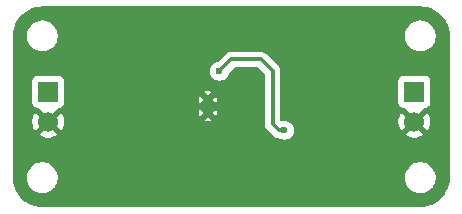
<source format=gbr>
%TF.GenerationSoftware,KiCad,Pcbnew,9.0.4*%
%TF.CreationDate,2025-10-07T06:11:54+05:30*%
%TF.ProjectId,Project6,50726f6a-6563-4743-962e-6b696361645f,rev?*%
%TF.SameCoordinates,Original*%
%TF.FileFunction,Copper,L2,Bot*%
%TF.FilePolarity,Positive*%
%FSLAX46Y46*%
G04 Gerber Fmt 4.6, Leading zero omitted, Abs format (unit mm)*
G04 Created by KiCad (PCBNEW 9.0.4) date 2025-10-07 06:11:54*
%MOMM*%
%LPD*%
G01*
G04 APERTURE LIST*
%TA.AperFunction,HeatsinkPad*%
%ADD10C,0.500000*%
%TD*%
%TA.AperFunction,HeatsinkPad*%
%ADD11R,0.500000X1.600000*%
%TD*%
%TA.AperFunction,ComponentPad*%
%ADD12R,1.700000X1.700000*%
%TD*%
%TA.AperFunction,ComponentPad*%
%ADD13C,1.700000*%
%TD*%
%TA.AperFunction,ViaPad*%
%ADD14C,0.600000*%
%TD*%
%TA.AperFunction,Conductor*%
%ADD15C,0.300000*%
%TD*%
G04 APERTURE END LIST*
D10*
%TO.P,U1,7,PAD*%
%TO.N,/GND*%
X117500000Y-84000000D03*
D11*
X117500000Y-83450000D03*
D10*
X117500000Y-82900000D03*
%TD*%
D12*
%TO.P,Vout,1,Pin_1*%
%TO.N,/Vout*%
X135000000Y-82225000D03*
D13*
%TO.P,Vout,2,Pin_2*%
%TO.N,/GND*%
X135000000Y-84765000D03*
%TD*%
D12*
%TO.P,Vin,1,Pin_1*%
%TO.N,/Vin*%
X104000000Y-82225000D03*
D13*
%TO.P,Vin,2,Pin_2*%
%TO.N,/GND*%
X104000000Y-84765000D03*
%TD*%
D14*
%TO.N,/FB*%
X118500000Y-80500000D03*
%TO.N,/GND*%
X128500000Y-88000000D03*
%TO.N,/FB*%
X124000000Y-85500000D03*
%TO.N,/GND*%
X131500000Y-88000000D03*
X119000000Y-87000000D03*
X119500000Y-82500000D03*
X115500000Y-83975000D03*
X114500000Y-83500000D03*
X111500000Y-89000000D03*
X108500000Y-85500000D03*
%TD*%
D15*
%TO.N,/FB*%
X123000000Y-80500000D02*
X123000000Y-85000000D01*
X118500000Y-80500000D02*
X119500000Y-79500000D01*
X122000000Y-79500000D02*
X123000000Y-80500000D01*
X119500000Y-79500000D02*
X122000000Y-79500000D01*
X123000000Y-85000000D02*
X123500000Y-85500000D01*
X123500000Y-85500000D02*
X124000000Y-85500000D01*
%TD*%
%TA.AperFunction,Conductor*%
%TO.N,/GND*%
G36*
X135503736Y-75000726D02*
G01*
X135793796Y-75018271D01*
X135808659Y-75020076D01*
X136090798Y-75071780D01*
X136105335Y-75075363D01*
X136379172Y-75160695D01*
X136393163Y-75166000D01*
X136654743Y-75283727D01*
X136667989Y-75290680D01*
X136913465Y-75439075D01*
X136925776Y-75447573D01*
X137151573Y-75624473D01*
X137162781Y-75634403D01*
X137365596Y-75837218D01*
X137375526Y-75848426D01*
X137495481Y-76001538D01*
X137552422Y-76074217D01*
X137560926Y-76086537D01*
X137648573Y-76231523D01*
X137709316Y-76332004D01*
X137716275Y-76345263D01*
X137833997Y-76606831D01*
X137839306Y-76620832D01*
X137924635Y-76894663D01*
X137928219Y-76909201D01*
X137979923Y-77191340D01*
X137981728Y-77206205D01*
X137999274Y-77496263D01*
X137999500Y-77503750D01*
X137999500Y-89496249D01*
X137999274Y-89503736D01*
X137981728Y-89793794D01*
X137979923Y-89808659D01*
X137928219Y-90090798D01*
X137924635Y-90105336D01*
X137839306Y-90379167D01*
X137833997Y-90393168D01*
X137716275Y-90654736D01*
X137709316Y-90667995D01*
X137560928Y-90913459D01*
X137552422Y-90925782D01*
X137375526Y-91151573D01*
X137365596Y-91162781D01*
X137162781Y-91365596D01*
X137151573Y-91375526D01*
X136925782Y-91552422D01*
X136913459Y-91560928D01*
X136667995Y-91709316D01*
X136654736Y-91716275D01*
X136393168Y-91833997D01*
X136379167Y-91839306D01*
X136105336Y-91924635D01*
X136090798Y-91928219D01*
X135808659Y-91979923D01*
X135793794Y-91981728D01*
X135503736Y-91999274D01*
X135496249Y-91999500D01*
X103503751Y-91999500D01*
X103496264Y-91999274D01*
X103206205Y-91981728D01*
X103191340Y-91979923D01*
X102909201Y-91928219D01*
X102894663Y-91924635D01*
X102620832Y-91839306D01*
X102606831Y-91833997D01*
X102345263Y-91716275D01*
X102332004Y-91709316D01*
X102086540Y-91560928D01*
X102074217Y-91552422D01*
X101848426Y-91375526D01*
X101837218Y-91365596D01*
X101634403Y-91162781D01*
X101624473Y-91151573D01*
X101447573Y-90925776D01*
X101439075Y-90913465D01*
X101290680Y-90667989D01*
X101283727Y-90654743D01*
X101166000Y-90393163D01*
X101160693Y-90379167D01*
X101075364Y-90105336D01*
X101071780Y-90090798D01*
X101054998Y-89999223D01*
X101020075Y-89808657D01*
X101018271Y-89793794D01*
X101000726Y-89503736D01*
X101000500Y-89496249D01*
X101000500Y-89397648D01*
X102199500Y-89397648D01*
X102199500Y-89602351D01*
X102231522Y-89804534D01*
X102294781Y-89999223D01*
X102387715Y-90181613D01*
X102508028Y-90347213D01*
X102652786Y-90491971D01*
X102807749Y-90604556D01*
X102818390Y-90612287D01*
X102901701Y-90654736D01*
X103000776Y-90705218D01*
X103000778Y-90705218D01*
X103000781Y-90705220D01*
X103105137Y-90739127D01*
X103195465Y-90768477D01*
X103296557Y-90784488D01*
X103397648Y-90800500D01*
X103397649Y-90800500D01*
X103602351Y-90800500D01*
X103602352Y-90800500D01*
X103804534Y-90768477D01*
X103999219Y-90705220D01*
X104181610Y-90612287D01*
X104274590Y-90544732D01*
X104347213Y-90491971D01*
X104347215Y-90491968D01*
X104347219Y-90491966D01*
X104491966Y-90347219D01*
X104491968Y-90347215D01*
X104491971Y-90347213D01*
X104544732Y-90274590D01*
X104612287Y-90181610D01*
X104705220Y-89999219D01*
X104768477Y-89804534D01*
X104800500Y-89602352D01*
X104800500Y-89397648D01*
X134199500Y-89397648D01*
X134199500Y-89602351D01*
X134231522Y-89804534D01*
X134294781Y-89999223D01*
X134387715Y-90181613D01*
X134508028Y-90347213D01*
X134652786Y-90491971D01*
X134807749Y-90604556D01*
X134818390Y-90612287D01*
X134901701Y-90654736D01*
X135000776Y-90705218D01*
X135000778Y-90705218D01*
X135000781Y-90705220D01*
X135105137Y-90739127D01*
X135195465Y-90768477D01*
X135296557Y-90784488D01*
X135397648Y-90800500D01*
X135397649Y-90800500D01*
X135602351Y-90800500D01*
X135602352Y-90800500D01*
X135804534Y-90768477D01*
X135999219Y-90705220D01*
X136181610Y-90612287D01*
X136274590Y-90544732D01*
X136347213Y-90491971D01*
X136347215Y-90491968D01*
X136347219Y-90491966D01*
X136491966Y-90347219D01*
X136491968Y-90347215D01*
X136491971Y-90347213D01*
X136544732Y-90274590D01*
X136612287Y-90181610D01*
X136705220Y-89999219D01*
X136768477Y-89804534D01*
X136800500Y-89602352D01*
X136800500Y-89397648D01*
X136768477Y-89195466D01*
X136705220Y-89000781D01*
X136705218Y-89000778D01*
X136705218Y-89000776D01*
X136671503Y-88934607D01*
X136612287Y-88818390D01*
X136604556Y-88807749D01*
X136491971Y-88652786D01*
X136347213Y-88508028D01*
X136181613Y-88387715D01*
X136181612Y-88387714D01*
X136181610Y-88387713D01*
X136124653Y-88358691D01*
X135999223Y-88294781D01*
X135804534Y-88231522D01*
X135629995Y-88203878D01*
X135602352Y-88199500D01*
X135397648Y-88199500D01*
X135373329Y-88203351D01*
X135195465Y-88231522D01*
X135000776Y-88294781D01*
X134818386Y-88387715D01*
X134652786Y-88508028D01*
X134508028Y-88652786D01*
X134387715Y-88818386D01*
X134294781Y-89000776D01*
X134231522Y-89195465D01*
X134199500Y-89397648D01*
X104800500Y-89397648D01*
X104768477Y-89195466D01*
X104705220Y-89000781D01*
X104705218Y-89000778D01*
X104705218Y-89000776D01*
X104671503Y-88934607D01*
X104612287Y-88818390D01*
X104604556Y-88807749D01*
X104491971Y-88652786D01*
X104347213Y-88508028D01*
X104181613Y-88387715D01*
X104181612Y-88387714D01*
X104181610Y-88387713D01*
X104124653Y-88358691D01*
X103999223Y-88294781D01*
X103804534Y-88231522D01*
X103629995Y-88203878D01*
X103602352Y-88199500D01*
X103397648Y-88199500D01*
X103373329Y-88203351D01*
X103195465Y-88231522D01*
X103000776Y-88294781D01*
X102818386Y-88387715D01*
X102652786Y-88508028D01*
X102508028Y-88652786D01*
X102387715Y-88818386D01*
X102294781Y-89000776D01*
X102231522Y-89195465D01*
X102199500Y-89397648D01*
X101000500Y-89397648D01*
X101000500Y-81327135D01*
X102649500Y-81327135D01*
X102649500Y-83122870D01*
X102649501Y-83122876D01*
X102655908Y-83182483D01*
X102706202Y-83317328D01*
X102706206Y-83317335D01*
X102792452Y-83432544D01*
X102792455Y-83432547D01*
X102907664Y-83518793D01*
X102907671Y-83518797D01*
X102952618Y-83535561D01*
X103042517Y-83569091D01*
X103102127Y-83575500D01*
X103112685Y-83575499D01*
X103179723Y-83595179D01*
X103200372Y-83611818D01*
X103870591Y-84282037D01*
X103807007Y-84299075D01*
X103692993Y-84364901D01*
X103599901Y-84457993D01*
X103534075Y-84572007D01*
X103517037Y-84635591D01*
X102884728Y-84003282D01*
X102884727Y-84003282D01*
X102845380Y-84057439D01*
X102748904Y-84246782D01*
X102683242Y-84448869D01*
X102683242Y-84448872D01*
X102650000Y-84658753D01*
X102650000Y-84871246D01*
X102683242Y-85081127D01*
X102683242Y-85081130D01*
X102748904Y-85283217D01*
X102845375Y-85472550D01*
X102884728Y-85526716D01*
X103517037Y-84894408D01*
X103534075Y-84957993D01*
X103599901Y-85072007D01*
X103692993Y-85165099D01*
X103807007Y-85230925D01*
X103870590Y-85247962D01*
X103238282Y-85880269D01*
X103238282Y-85880270D01*
X103292449Y-85919624D01*
X103481782Y-86016095D01*
X103683870Y-86081757D01*
X103893754Y-86115000D01*
X104106246Y-86115000D01*
X104316127Y-86081757D01*
X104316130Y-86081757D01*
X104518217Y-86016095D01*
X104707554Y-85919622D01*
X104761716Y-85880270D01*
X104761717Y-85880270D01*
X104129408Y-85247962D01*
X104192993Y-85230925D01*
X104307007Y-85165099D01*
X104400099Y-85072007D01*
X104465925Y-84957993D01*
X104482962Y-84894409D01*
X105115270Y-85526717D01*
X105115270Y-85526716D01*
X105154622Y-85472554D01*
X105251095Y-85283217D01*
X105316757Y-85081130D01*
X105316757Y-85081127D01*
X105350000Y-84871246D01*
X105350000Y-84677577D01*
X117175975Y-84677577D01*
X117281236Y-84721178D01*
X117281240Y-84721179D01*
X117426126Y-84749999D01*
X117426129Y-84750000D01*
X117573871Y-84750000D01*
X117573873Y-84749999D01*
X117718760Y-84721179D01*
X117718775Y-84721175D01*
X117824024Y-84677578D01*
X117824024Y-84677577D01*
X117500001Y-84353554D01*
X117500000Y-84353554D01*
X117175975Y-84677577D01*
X105350000Y-84677577D01*
X105350000Y-84658760D01*
X105349589Y-84656166D01*
X105349589Y-84656161D01*
X105316757Y-84448872D01*
X105316757Y-84448869D01*
X105251095Y-84246782D01*
X105154623Y-84057447D01*
X105154622Y-84057445D01*
X105115271Y-84003282D01*
X105115269Y-84003282D01*
X104482962Y-84635590D01*
X104465925Y-84572007D01*
X104400099Y-84457993D01*
X104307007Y-84364901D01*
X104192993Y-84299075D01*
X104129409Y-84282037D01*
X104485319Y-83926126D01*
X116750000Y-83926126D01*
X116750000Y-84073873D01*
X116778820Y-84218759D01*
X116778822Y-84218767D01*
X116822421Y-84324024D01*
X117146446Y-84000000D01*
X117146446Y-83999999D01*
X117116610Y-83970163D01*
X117350000Y-83970163D01*
X117350000Y-84029837D01*
X117372836Y-84084968D01*
X117415032Y-84127164D01*
X117470163Y-84150000D01*
X117529837Y-84150000D01*
X117584968Y-84127164D01*
X117627164Y-84084968D01*
X117650000Y-84029837D01*
X117650000Y-83999999D01*
X117853554Y-83999999D01*
X117853554Y-84000001D01*
X118177577Y-84324024D01*
X118177578Y-84324024D01*
X118221175Y-84218775D01*
X118221179Y-84218760D01*
X118249999Y-84073873D01*
X118250000Y-84073871D01*
X118250000Y-83926128D01*
X118249999Y-83926126D01*
X118221179Y-83781240D01*
X118221178Y-83781236D01*
X118177577Y-83675975D01*
X117853554Y-83999999D01*
X117650000Y-83999999D01*
X117650000Y-83970163D01*
X117627164Y-83915032D01*
X117584968Y-83872836D01*
X117529837Y-83850000D01*
X117470163Y-83850000D01*
X117415032Y-83872836D01*
X117372836Y-83915032D01*
X117350000Y-83970163D01*
X117116610Y-83970163D01*
X116822421Y-83675974D01*
X116822420Y-83675974D01*
X116778823Y-83781228D01*
X116778820Y-83781240D01*
X116750000Y-83926126D01*
X104485319Y-83926126D01*
X104799627Y-83611818D01*
X104860950Y-83578333D01*
X104887307Y-83575499D01*
X104897872Y-83575499D01*
X104957483Y-83569091D01*
X105092331Y-83518796D01*
X105184230Y-83450000D01*
X117303554Y-83450000D01*
X117500000Y-83646446D01*
X117696446Y-83450000D01*
X117500000Y-83253554D01*
X117303554Y-83450000D01*
X105184230Y-83450000D01*
X105207546Y-83432546D01*
X105293796Y-83317331D01*
X105344091Y-83182483D01*
X105350500Y-83122873D01*
X105350500Y-82826126D01*
X116750000Y-82826126D01*
X116750000Y-82973873D01*
X116778820Y-83118759D01*
X116778822Y-83118767D01*
X116822421Y-83224024D01*
X117146446Y-82900000D01*
X117146446Y-82899999D01*
X117116610Y-82870163D01*
X117350000Y-82870163D01*
X117350000Y-82929837D01*
X117372836Y-82984968D01*
X117415032Y-83027164D01*
X117470163Y-83050000D01*
X117529837Y-83050000D01*
X117584968Y-83027164D01*
X117627164Y-82984968D01*
X117650000Y-82929837D01*
X117650000Y-82899999D01*
X117853554Y-82899999D01*
X117853554Y-82900001D01*
X118177577Y-83224024D01*
X118177578Y-83224024D01*
X118221175Y-83118775D01*
X118221179Y-83118760D01*
X118249999Y-82973873D01*
X118250000Y-82973871D01*
X118250000Y-82826128D01*
X118249999Y-82826126D01*
X118221179Y-82681240D01*
X118221178Y-82681236D01*
X118177577Y-82575975D01*
X117853554Y-82899999D01*
X117650000Y-82899999D01*
X117650000Y-82870163D01*
X117627164Y-82815032D01*
X117584968Y-82772836D01*
X117529837Y-82750000D01*
X117470163Y-82750000D01*
X117415032Y-82772836D01*
X117372836Y-82815032D01*
X117350000Y-82870163D01*
X117116610Y-82870163D01*
X116822421Y-82575974D01*
X116822420Y-82575974D01*
X116778823Y-82681228D01*
X116778820Y-82681240D01*
X116750000Y-82826126D01*
X105350500Y-82826126D01*
X105350499Y-82222421D01*
X105350499Y-82222420D01*
X117175974Y-82222420D01*
X117175974Y-82222421D01*
X117500000Y-82546446D01*
X117500001Y-82546446D01*
X117824024Y-82222421D01*
X117718767Y-82178822D01*
X117718759Y-82178820D01*
X117573872Y-82150000D01*
X117426128Y-82150000D01*
X117281240Y-82178820D01*
X117281228Y-82178823D01*
X117175974Y-82222420D01*
X105350499Y-82222420D01*
X105350499Y-81327129D01*
X105350498Y-81327123D01*
X105350497Y-81327116D01*
X105344330Y-81269737D01*
X105344091Y-81267516D01*
X105293797Y-81132671D01*
X105293793Y-81132664D01*
X105207547Y-81017455D01*
X105207544Y-81017452D01*
X105092335Y-80931206D01*
X105092328Y-80931202D01*
X104957482Y-80880908D01*
X104957483Y-80880908D01*
X104897883Y-80874501D01*
X104897881Y-80874500D01*
X104897873Y-80874500D01*
X104897864Y-80874500D01*
X103102129Y-80874500D01*
X103102123Y-80874501D01*
X103042516Y-80880908D01*
X102907671Y-80931202D01*
X102907664Y-80931206D01*
X102792455Y-81017452D01*
X102792452Y-81017455D01*
X102706206Y-81132664D01*
X102706202Y-81132671D01*
X102655908Y-81267517D01*
X102649501Y-81327116D01*
X102649501Y-81327123D01*
X102649500Y-81327135D01*
X101000500Y-81327135D01*
X101000500Y-80421153D01*
X117699500Y-80421153D01*
X117699500Y-80578846D01*
X117730261Y-80733489D01*
X117730264Y-80733501D01*
X117790602Y-80879172D01*
X117790609Y-80879185D01*
X117878210Y-81010288D01*
X117878213Y-81010292D01*
X117989707Y-81121786D01*
X117989711Y-81121789D01*
X118120814Y-81209390D01*
X118120827Y-81209397D01*
X118261141Y-81267516D01*
X118266503Y-81269737D01*
X118421153Y-81300499D01*
X118421156Y-81300500D01*
X118421158Y-81300500D01*
X118578844Y-81300500D01*
X118578845Y-81300499D01*
X118733497Y-81269737D01*
X118879179Y-81209394D01*
X119010289Y-81121789D01*
X119121789Y-81010289D01*
X119209394Y-80879179D01*
X119269737Y-80733497D01*
X119283079Y-80666416D01*
X119315463Y-80604509D01*
X119316956Y-80602988D01*
X119733127Y-80186819D01*
X119794450Y-80153334D01*
X119820808Y-80150500D01*
X121679192Y-80150500D01*
X121746231Y-80170185D01*
X121766873Y-80186819D01*
X122313181Y-80733127D01*
X122346666Y-80794450D01*
X122349500Y-80820808D01*
X122349500Y-85064069D01*
X122349500Y-85064071D01*
X122349499Y-85064071D01*
X122374497Y-85189738D01*
X122374499Y-85189744D01*
X122423534Y-85308125D01*
X122494726Y-85414673D01*
X123085326Y-86005273D01*
X123085329Y-86005275D01*
X123085331Y-86005277D01*
X123191873Y-86076465D01*
X123310256Y-86125501D01*
X123310260Y-86125501D01*
X123310261Y-86125502D01*
X123435928Y-86150500D01*
X123435931Y-86150500D01*
X123495065Y-86150500D01*
X123562104Y-86170185D01*
X123563909Y-86171366D01*
X123620821Y-86209394D01*
X123620823Y-86209395D01*
X123620827Y-86209397D01*
X123766498Y-86269735D01*
X123766503Y-86269737D01*
X123921153Y-86300499D01*
X123921156Y-86300500D01*
X123921158Y-86300500D01*
X124078844Y-86300500D01*
X124078845Y-86300499D01*
X124233497Y-86269737D01*
X124379179Y-86209394D01*
X124510289Y-86121789D01*
X124621789Y-86010289D01*
X124709394Y-85879179D01*
X124709397Y-85879172D01*
X124748173Y-85785559D01*
X124769735Y-85733501D01*
X124769737Y-85733497D01*
X124800500Y-85578842D01*
X124800500Y-85421158D01*
X124800500Y-85421155D01*
X124800499Y-85421153D01*
X124799209Y-85414669D01*
X124769737Y-85266503D01*
X124769735Y-85266498D01*
X124709397Y-85120827D01*
X124709390Y-85120814D01*
X124621789Y-84989711D01*
X124621786Y-84989707D01*
X124510292Y-84878213D01*
X124510288Y-84878210D01*
X124379185Y-84790609D01*
X124379172Y-84790602D01*
X124325671Y-84768442D01*
X124233501Y-84730264D01*
X124233489Y-84730261D01*
X124078845Y-84699500D01*
X124078842Y-84699500D01*
X123921158Y-84699500D01*
X123921153Y-84699500D01*
X123798691Y-84723859D01*
X123729099Y-84717632D01*
X123673922Y-84674768D01*
X123650678Y-84608879D01*
X123650500Y-84602242D01*
X123650500Y-81327135D01*
X133649500Y-81327135D01*
X133649500Y-83122870D01*
X133649501Y-83122876D01*
X133655908Y-83182483D01*
X133706202Y-83317328D01*
X133706206Y-83317335D01*
X133792452Y-83432544D01*
X133792455Y-83432547D01*
X133907664Y-83518793D01*
X133907671Y-83518797D01*
X133952618Y-83535561D01*
X134042517Y-83569091D01*
X134102127Y-83575500D01*
X134112685Y-83575499D01*
X134179723Y-83595179D01*
X134200372Y-83611818D01*
X134870591Y-84282037D01*
X134807007Y-84299075D01*
X134692993Y-84364901D01*
X134599901Y-84457993D01*
X134534075Y-84572007D01*
X134517037Y-84635591D01*
X133884728Y-84003282D01*
X133884727Y-84003282D01*
X133845380Y-84057439D01*
X133748904Y-84246782D01*
X133683242Y-84448869D01*
X133683242Y-84448872D01*
X133650000Y-84658753D01*
X133650000Y-84871246D01*
X133683242Y-85081127D01*
X133683242Y-85081130D01*
X133748904Y-85283217D01*
X133845375Y-85472550D01*
X133884728Y-85526716D01*
X134517037Y-84894408D01*
X134534075Y-84957993D01*
X134599901Y-85072007D01*
X134692993Y-85165099D01*
X134807007Y-85230925D01*
X134870590Y-85247962D01*
X134238282Y-85880269D01*
X134238282Y-85880270D01*
X134292449Y-85919624D01*
X134481782Y-86016095D01*
X134683870Y-86081757D01*
X134893754Y-86115000D01*
X135106246Y-86115000D01*
X135316127Y-86081757D01*
X135316130Y-86081757D01*
X135518217Y-86016095D01*
X135707554Y-85919622D01*
X135761716Y-85880270D01*
X135761717Y-85880270D01*
X135129408Y-85247962D01*
X135192993Y-85230925D01*
X135307007Y-85165099D01*
X135400099Y-85072007D01*
X135465925Y-84957993D01*
X135482962Y-84894408D01*
X136115270Y-85526717D01*
X136115270Y-85526716D01*
X136154622Y-85472554D01*
X136251095Y-85283217D01*
X136316757Y-85081130D01*
X136316757Y-85081127D01*
X136350000Y-84871246D01*
X136350000Y-84658753D01*
X136316757Y-84448872D01*
X136316757Y-84448869D01*
X136251095Y-84246782D01*
X136154624Y-84057449D01*
X136115270Y-84003282D01*
X136115269Y-84003282D01*
X135482962Y-84635590D01*
X135465925Y-84572007D01*
X135400099Y-84457993D01*
X135307007Y-84364901D01*
X135192993Y-84299075D01*
X135129409Y-84282037D01*
X135799627Y-83611818D01*
X135860950Y-83578333D01*
X135887307Y-83575499D01*
X135897872Y-83575499D01*
X135957483Y-83569091D01*
X136092331Y-83518796D01*
X136207546Y-83432546D01*
X136293796Y-83317331D01*
X136344091Y-83182483D01*
X136350500Y-83122873D01*
X136350499Y-81327128D01*
X136344330Y-81269737D01*
X136344091Y-81267516D01*
X136293797Y-81132671D01*
X136293793Y-81132664D01*
X136207547Y-81017455D01*
X136207544Y-81017452D01*
X136092335Y-80931206D01*
X136092328Y-80931202D01*
X135957482Y-80880908D01*
X135957483Y-80880908D01*
X135897883Y-80874501D01*
X135897881Y-80874500D01*
X135897873Y-80874500D01*
X135897864Y-80874500D01*
X134102129Y-80874500D01*
X134102123Y-80874501D01*
X134042516Y-80880908D01*
X133907671Y-80931202D01*
X133907664Y-80931206D01*
X133792455Y-81017452D01*
X133792452Y-81017455D01*
X133706206Y-81132664D01*
X133706202Y-81132671D01*
X133655908Y-81267517D01*
X133649501Y-81327116D01*
X133649501Y-81327123D01*
X133649500Y-81327135D01*
X123650500Y-81327135D01*
X123650500Y-80435928D01*
X123625502Y-80310260D01*
X123625500Y-80310254D01*
X123605189Y-80261221D01*
X123605187Y-80261216D01*
X123576468Y-80191878D01*
X123576462Y-80191868D01*
X123505278Y-80085332D01*
X123505272Y-80085325D01*
X122414673Y-78994726D01*
X122308134Y-78923540D01*
X122308127Y-78923535D01*
X122189744Y-78874499D01*
X122189738Y-78874497D01*
X122064071Y-78849500D01*
X122064069Y-78849500D01*
X119435931Y-78849500D01*
X119435929Y-78849500D01*
X119310261Y-78874497D01*
X119310251Y-78874500D01*
X119261220Y-78894810D01*
X119191881Y-78923530D01*
X119191863Y-78923540D01*
X119085332Y-78994721D01*
X119085325Y-78994727D01*
X118397068Y-79682984D01*
X118335745Y-79716469D01*
X118333579Y-79716920D01*
X118266508Y-79730261D01*
X118266498Y-79730264D01*
X118120827Y-79790602D01*
X118120814Y-79790609D01*
X117989711Y-79878210D01*
X117989707Y-79878213D01*
X117878213Y-79989707D01*
X117878210Y-79989711D01*
X117790609Y-80120814D01*
X117790602Y-80120827D01*
X117730264Y-80266498D01*
X117730261Y-80266510D01*
X117699500Y-80421153D01*
X101000500Y-80421153D01*
X101000500Y-77503750D01*
X101000726Y-77496263D01*
X101006691Y-77397648D01*
X102199500Y-77397648D01*
X102199500Y-77602351D01*
X102231522Y-77804534D01*
X102294781Y-77999223D01*
X102387715Y-78181613D01*
X102508028Y-78347213D01*
X102652786Y-78491971D01*
X102807749Y-78604556D01*
X102818390Y-78612287D01*
X102934607Y-78671503D01*
X103000776Y-78705218D01*
X103000778Y-78705218D01*
X103000781Y-78705220D01*
X103105137Y-78739127D01*
X103195465Y-78768477D01*
X103296557Y-78784488D01*
X103397648Y-78800500D01*
X103397649Y-78800500D01*
X103602351Y-78800500D01*
X103602352Y-78800500D01*
X103804534Y-78768477D01*
X103999219Y-78705220D01*
X104181610Y-78612287D01*
X104274590Y-78544732D01*
X104347213Y-78491971D01*
X104347215Y-78491968D01*
X104347219Y-78491966D01*
X104491966Y-78347219D01*
X104491968Y-78347215D01*
X104491971Y-78347213D01*
X104544732Y-78274590D01*
X104612287Y-78181610D01*
X104705220Y-77999219D01*
X104768477Y-77804534D01*
X104800500Y-77602352D01*
X104800500Y-77397648D01*
X134199500Y-77397648D01*
X134199500Y-77602351D01*
X134231522Y-77804534D01*
X134294781Y-77999223D01*
X134387715Y-78181613D01*
X134508028Y-78347213D01*
X134652786Y-78491971D01*
X134807749Y-78604556D01*
X134818390Y-78612287D01*
X134934607Y-78671503D01*
X135000776Y-78705218D01*
X135000778Y-78705218D01*
X135000781Y-78705220D01*
X135105137Y-78739127D01*
X135195465Y-78768477D01*
X135296557Y-78784488D01*
X135397648Y-78800500D01*
X135397649Y-78800500D01*
X135602351Y-78800500D01*
X135602352Y-78800500D01*
X135804534Y-78768477D01*
X135999219Y-78705220D01*
X136181610Y-78612287D01*
X136274590Y-78544732D01*
X136347213Y-78491971D01*
X136347215Y-78491968D01*
X136347219Y-78491966D01*
X136491966Y-78347219D01*
X136491968Y-78347215D01*
X136491971Y-78347213D01*
X136544732Y-78274590D01*
X136612287Y-78181610D01*
X136705220Y-77999219D01*
X136768477Y-77804534D01*
X136800500Y-77602352D01*
X136800500Y-77397648D01*
X136768477Y-77195465D01*
X136705218Y-77000776D01*
X136671503Y-76934607D01*
X136612287Y-76818390D01*
X136604556Y-76807749D01*
X136491971Y-76652786D01*
X136347213Y-76508028D01*
X136181613Y-76387715D01*
X136181612Y-76387714D01*
X136181610Y-76387713D01*
X136124653Y-76358691D01*
X135999223Y-76294781D01*
X135804534Y-76231522D01*
X135629995Y-76203878D01*
X135602352Y-76199500D01*
X135397648Y-76199500D01*
X135373329Y-76203351D01*
X135195465Y-76231522D01*
X135000776Y-76294781D01*
X134818386Y-76387715D01*
X134652786Y-76508028D01*
X134508028Y-76652786D01*
X134387715Y-76818386D01*
X134294781Y-77000776D01*
X134231522Y-77195465D01*
X134199500Y-77397648D01*
X104800500Y-77397648D01*
X104768477Y-77195465D01*
X104705218Y-77000776D01*
X104671503Y-76934607D01*
X104612287Y-76818390D01*
X104604556Y-76807749D01*
X104491971Y-76652786D01*
X104347213Y-76508028D01*
X104181613Y-76387715D01*
X104181612Y-76387714D01*
X104181610Y-76387713D01*
X104124653Y-76358691D01*
X103999223Y-76294781D01*
X103804534Y-76231522D01*
X103629995Y-76203878D01*
X103602352Y-76199500D01*
X103397648Y-76199500D01*
X103373329Y-76203351D01*
X103195465Y-76231522D01*
X103000776Y-76294781D01*
X102818386Y-76387715D01*
X102652786Y-76508028D01*
X102508028Y-76652786D01*
X102387715Y-76818386D01*
X102294781Y-77000776D01*
X102231522Y-77195465D01*
X102199500Y-77397648D01*
X101006691Y-77397648D01*
X101007439Y-77385289D01*
X101018271Y-77206205D01*
X101020076Y-77191340D01*
X101054998Y-77000781D01*
X101071780Y-76909197D01*
X101075364Y-76894663D01*
X101150736Y-76652786D01*
X101160696Y-76620822D01*
X101165998Y-76606841D01*
X101283731Y-76345249D01*
X101290676Y-76332016D01*
X101439080Y-76086526D01*
X101447567Y-76074230D01*
X101624480Y-75848417D01*
X101634395Y-75837226D01*
X101837226Y-75634395D01*
X101848417Y-75624480D01*
X102074230Y-75447567D01*
X102086526Y-75439080D01*
X102332016Y-75290676D01*
X102345249Y-75283731D01*
X102606841Y-75165998D01*
X102620822Y-75160696D01*
X102894668Y-75075362D01*
X102909197Y-75071780D01*
X103191344Y-75020075D01*
X103206201Y-75018271D01*
X103496264Y-75000726D01*
X103503751Y-75000500D01*
X103565892Y-75000500D01*
X135434108Y-75000500D01*
X135496249Y-75000500D01*
X135503736Y-75000726D01*
G37*
%TD.AperFunction*%
%TD*%
M02*

</source>
